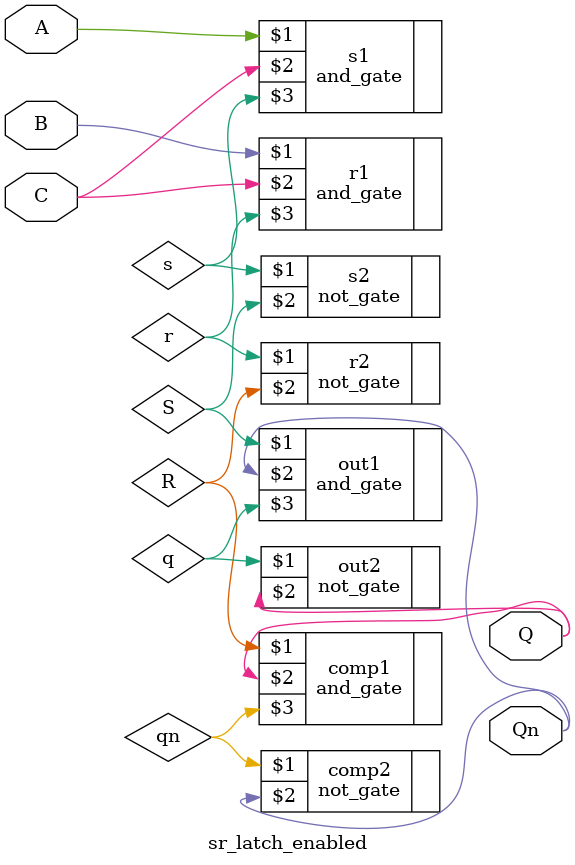
<source format=v>
`timescale 1ns / 1ps


module sr_latch_enabled(
    input A,
    input B,
    input C,
    output Q,
    output Qn
    );
    
    wire S, R;
    wire s,r,q,qn;
    
    and_gate s1(A,C,s); not_gate s2(s,S);
    and_gate r1(B,C,r); not_gate r2(r,R);
    and_gate out1(S,Qn,q); not_gate out2(q,Q);
    and_gate comp1(R,Q,qn); not_gate comp2(qn,Qn);
    
endmodule

</source>
